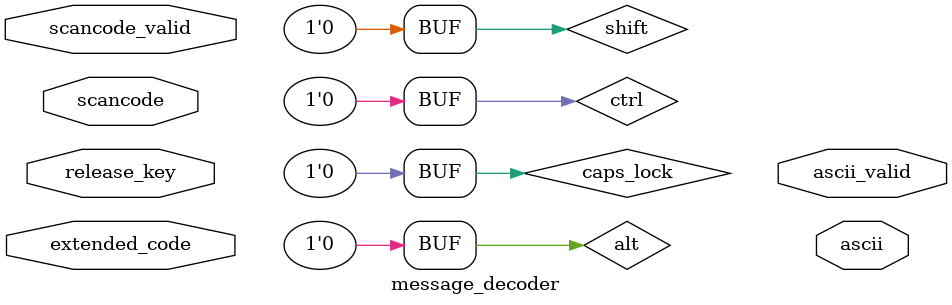
<source format=v>
/*
* Converts the ps/2 scancode input into ascii character output
*/

module message_decoder (
    input [7:0] scancode,
    input       scancode_valid,
    input       release_key,
    input       extended_code,

    output reg [7:0] ascii,
    output reg       ascii_valid
);

  reg shift = 0;
  reg caps_lock = 0;
  reg ctrl = 0;
  reg alt = 0;

endmodule

</source>
